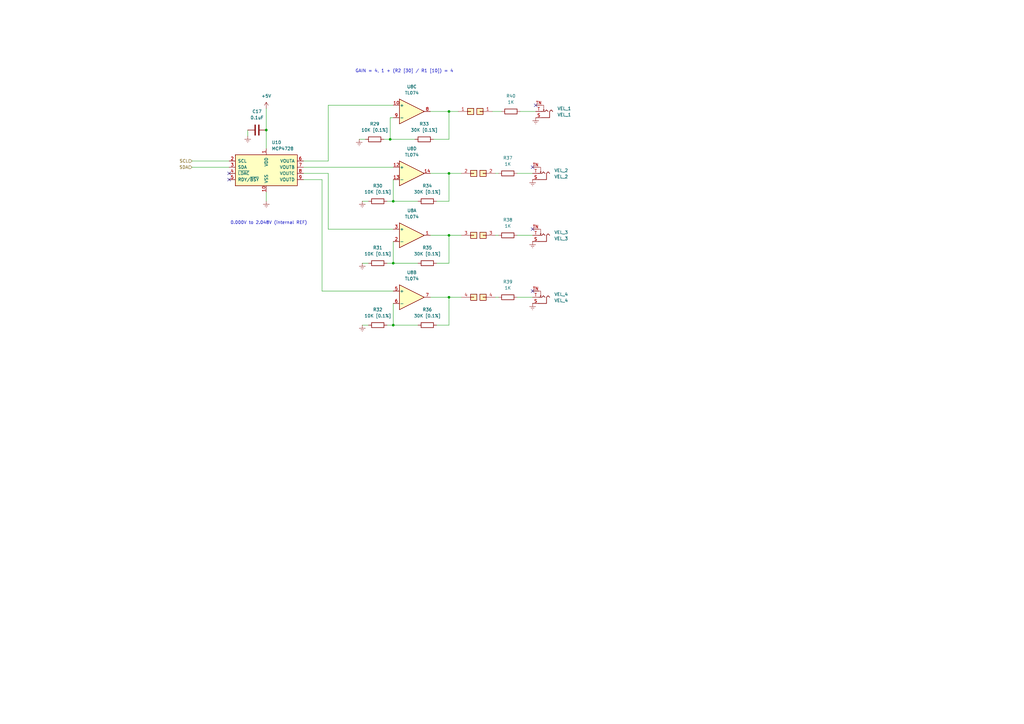
<source format=kicad_sch>
(kicad_sch (version 20231120) (generator "eeschema") (generator_version "8.0")
  (paper "A3")
  (title_block (title "midas_velocity") (date "2024-10-20") (rev "1") (company "Lentronics"))
  (lib_symbols
    (symbol "Amplifier_Operational:TL074" (pin_names (offset 0.127))
      (property "Reference" "U" (at 0 5.08 0))
      (property "Value" "TL074" (at 0 -5.08 0))
      (symbol "TL074_1_1"
        (polyline (pts (xy -5.08 5.08) (xy 5.08 0) (xy -5.08 -5.08) (xy -5.08 5.08)) (stroke (width 0.254)) (fill (type background)))
        (pin output line (at 7.62 0 180) (length 2.54) (name "~") (number "1"))
        (pin input line (at -7.62 -2.54 0) (length 2.54) (name "-") (number "2"))
        (pin input line (at -7.62 2.54 0) (length 2.54) (name "+") (number "3"))
      )
      (symbol "TL074_2_1"
        (polyline (pts (xy -5.08 5.08) (xy 5.08 0) (xy -5.08 -5.08) (xy -5.08 5.08)) (stroke (width 0.254)) (fill (type background)))
        (pin input line (at -7.62 2.54 0) (length 2.54) (name "+") (number "5"))
        (pin input line (at -7.62 -2.54 0) (length 2.54) (name "-") (number "6"))
        (pin output line (at 7.62 0 180) (length 2.54) (name "~") (number "7"))
      )
      (symbol "TL074_3_1"
        (polyline (pts (xy -5.08 5.08) (xy 5.08 0) (xy -5.08 -5.08) (xy -5.08 5.08)) (stroke (width 0.254)) (fill (type background)))
        (pin input line (at -7.62 2.54 0) (length 2.54) (name "+") (number "10"))
        (pin output line (at 7.62 0 180) (length 2.54) (name "~") (number "8"))
        (pin input line (at -7.62 -2.54 0) (length 2.54) (name "-") (number "9"))
      )
      (symbol "TL074_4_1"
        (polyline (pts (xy -5.08 5.08) (xy 5.08 0) (xy -5.08 -5.08) (xy -5.08 5.08)) (stroke (width 0.254)) (fill (type background)))
        (pin input line (at -7.62 2.54 0) (length 2.54) (name "+") (number "12"))
        (pin input line (at -7.62 -2.54 0) (length 2.54) (name "-") (number "13"))
        (pin output line (at 7.62 0 180) (length 2.54) (name "~") (number "14"))
      )
      (symbol "TL074_5_1"
        (pin power_in line (at -2.54 -7.62 90) (length 3.81) (name "V-") (number "11"))
        (pin power_in line (at -2.54 7.62 270) (length 3.81) (name "V+") (number "4"))
      )
    )
    (symbol "Analog_DAC:MCP4728" (pin_names (offset 1.016))
      (property "Reference" "U" (at -12.7 6.35 0))
      (property "Value" "MCP4728" (at 12.7 6.35 0))
      (symbol "MCP4728_0_1"
        (rectangle (start -12.7 5.08) (end 12.7 -7.62) (stroke (width 0.254)) (fill (type background)))
      )
      (symbol "MCP4728_1_1"
        (pin power_in line (at 0 7.62 270) (length 2.54) (name "VDD") (number "1"))
        (pin power_in line (at 0 -10.16 90) (length 2.54) (name "VSS") (number "10"))
        (pin input line (at -15.24 2.54 0) (length 2.54) (name "SCL") (number "2"))
        (pin bidirectional line (at -15.24 0 0) (length 2.54) (name "SDA") (number "3"))
        (pin input line (at -15.24 -2.54 0) (length 2.54) (name "~{LDAC}") (number "4"))
        (pin output line (at -15.24 -5.08 0) (length 2.54) (name "RDY/~{BSY}") (number "5"))
        (pin output line (at 15.24 2.54 180) (length 2.54) (name "VOUTA") (number "6"))
        (pin output line (at 15.24 0 180) (length 2.54) (name "VOUTB") (number "7"))
        (pin output line (at 15.24 -2.54 180) (length 2.54) (name "VOUTC") (number "8"))
        (pin output line (at 15.24 -5.08 180) (length 2.54) (name "VOUTD") (number "9"))
      )
    )
    (symbol "Device:C" (pin_numbers hide) (pin_names (offset 0.254))
      (property "Reference" "C" (at 0.635 2.54 0))
      (property "Value" "C" (at 0.635 -2.54 0))
      (symbol "C_0_1"
        (polyline (pts (xy -2.032 -0.762) (xy 2.032 -0.762)) (stroke (width 0.508)))
        (polyline (pts (xy -2.032 0.762) (xy 2.032 0.762)) (stroke (width 0.508)))
      )
      (symbol "C_1_1"
        (pin passive line (at 0 3.81 270) (length 2.794) (name "~") (number "1"))
        (pin passive line (at 0 -3.81 90) (length 2.794) (name "~") (number "2"))
      )
    )
    (symbol "Device:R" (pin_numbers hide) (pin_names (offset 0))
      (property "Reference" "R" (at 2.032 0 90))
      (property "Value" "R" (at 0 0 90))
      (symbol "R_0_1"
        (rectangle (start -1.016 -2.54) (end 1.016 2.54) (stroke (width 0.254)))
      )
      (symbol "R_1_1"
        (pin passive line (at 0 3.81 270) (length 1.27) (name "~") (number "1"))
        (pin passive line (at 0 -3.81 90) (length 1.27) (name "~") (number "2"))
      )
    )
    (symbol "power:+5V" (power) (pin_numbers hide) (pin_names (offset 0) hide)
      (property "Value" "+5V" (at 0 3.556 0))
      (symbol "+5V_0_1"
        (polyline (pts (xy -0.762 1.27) (xy 0 2.54)))
        (polyline (pts (xy 0 0) (xy 0 2.54)))
        (polyline (pts (xy 0 2.54) (xy 0.762 1.27)))
      )
      (symbol "+5V_1_1"
        (pin power_in line (at 0 0 90) (length 0) (name "~") (number "1"))
      )
    )
    (symbol "power:GNDREF" (power) (pin_numbers hide) (pin_names (offset 0) hide)
      (property "Value" "GNDREF" (at 0 -3.81 0))
      (symbol "GNDREF_0_1"
        (polyline (pts (xy -0.635 -1.905) (xy 0.635 -1.905)))
        (polyline (pts (xy -0.127 -2.54) (xy 0.127 -2.54)))
        (polyline (pts (xy 0 -1.27) (xy 0 0)))
        (polyline (pts (xy 1.27 -1.27) (xy -1.27 -1.27)))
      )
      (symbol "GNDREF_1_1"
        (pin power_in line (at 0 0 270) (length 0) (name "~") (number "1"))
      )
    )
    (symbol "synth:AudioJack_Mono_3.5mm"
      (property "Reference" "J" (at 0 8.89 0))
      (property "Value" "AudioJack_Mono_3.5mm" (at 0 6.35 0))
      (symbol "AudioJack_Mono_3.5mm_0_1"
        (polyline (pts (xy 1.778 -0.254) (xy 2.032 -0.762)))
        (polyline (pts (xy 0 0) (xy 0.635 -0.635) (xy 1.27 0) (xy 2.54 0)) (stroke (width 0.254)))
        (polyline (pts (xy 2.54 -2.54) (xy 1.778 -2.54) (xy 1.778 -0.254) (xy 1.524 -0.762)))
        (polyline (pts (xy 2.54 2.54) (xy -0.635 2.54) (xy -0.635 0) (xy -1.27 -0.635) (xy -1.905 0)) (stroke (width 0.254)))
      )
      (symbol "AudioJack_Mono_3.5mm_1_1"
        (pin passive line (at 5.08 2.54 180) (length 2.54) (name "~") (number "S"))
        (pin passive line (at 5.08 0 180) (length 2.54) (name "~") (number "T"))
        (pin passive line (at 5.08 -2.54 180) (length 2.54) (name "~") (number "TN"))
      )
    )
    (symbol "synth:PinHeader_01x04" (pin_names (offset 1.016) hide)
      (property "Reference" "H" (at 0 2.54 0))
      (property "Value" "PinHeader_01x04" (at 0 -2.54 0))
      (symbol "PinHeader_01x04_1_1"
        (rectangle (start -1.27 0.127) (end 0 -0.127) (stroke (width 0.1524)))
        (rectangle (start -1.27 1.27) (end 1.27 -1.27) (stroke (width 0.254)) (fill (type background)))
        (pin passive line (at -5.08 0 0) (length 3.81) (name "Pin_1") (number "1"))
      )
      (symbol "PinHeader_01x04_2_1"
        (rectangle (start -1.27 0.127) (end 0 -0.127) (stroke (width 0.1524)))
        (rectangle (start -1.27 1.27) (end 1.27 -1.27) (stroke (width 0.254)) (fill (type background)))
        (pin passive line (at -5.08 0 0) (length 3.81) (name "Pin_2") (number "2"))
      )
      (symbol "PinHeader_01x04_3_1"
        (rectangle (start -1.27 0.127) (end 0 -0.127) (stroke (width 0.1524)))
        (rectangle (start -1.27 1.27) (end 1.27 -1.27) (stroke (width 0.254)) (fill (type background)))
        (pin passive line (at -5.08 0 0) (length 3.81) (name "Pin_3") (number "3"))
      )
      (symbol "PinHeader_01x04_4_1"
        (rectangle (start -1.27 0.127) (end 0 -0.127) (stroke (width 0.1524)))
        (rectangle (start -1.27 1.27) (end 1.27 -1.27) (stroke (width 0.254)) (fill (type background)))
        (pin passive line (at -5.08 0 0) (length 3.81) (name "Pin_4") (number "4"))
      )
    )
    (symbol "synth:PinSocket_01x04" (pin_names (offset 1.016) hide)
      (property "Reference" "H" (at 0 2.54 0))
      (property "Value" "PinSocket_01x04" (at 0 -2.54 0))
      (symbol "PinSocket_01x04_1_1"
        (rectangle (start -1.27 0.127) (end 0 -0.127) (stroke (width 0.1524)))
        (rectangle (start -1.27 1.27) (end 1.27 -1.27) (stroke (width 0.254)) (fill (type background)))
        (pin passive line (at -5.08 0 0) (length 3.81) (name "Pin_1") (number "1"))
      )
      (symbol "PinSocket_01x04_2_1"
        (rectangle (start -1.27 0.127) (end 0 -0.127) (stroke (width 0.1524)))
        (rectangle (start -1.27 1.27) (end 1.27 -1.27) (stroke (width 0.254)) (fill (type background)))
        (pin passive line (at -5.08 0 0) (length 3.81) (name "Pin_2") (number "2"))
      )
      (symbol "PinSocket_01x04_3_1"
        (rectangle (start -1.27 0.127) (end 0 -0.127) (stroke (width 0.1524)))
        (rectangle (start -1.27 1.27) (end 1.27 -1.27) (stroke (width 0.254)) (fill (type background)))
        (pin passive line (at -5.08 0 0) (length 3.81) (name "Pin_3") (number "3"))
      )
      (symbol "PinSocket_01x04_4_1"
        (rectangle (start -1.27 0.127) (end 0 -0.127) (stroke (width 0.1524)))
        (rectangle (start -1.27 1.27) (end 1.27 -1.27) (stroke (width 0.254)) (fill (type background)))
        (pin passive line (at -5.08 0 0) (length 3.81) (name "Pin_4") (number "4"))
      )
    )
  )
  (junction (at 184.15 121.92))
  (junction (at 161.29 82.55))
  (junction (at 184.15 96.52))
  (junction (at 184.15 45.72))
  (junction (at 109.22 53.34))
  (junction (at 161.29 107.95))
  (junction (at 184.15 71.12))
  (junction (at 160.02 57.15))
  (junction (at 161.29 133.35))
  (no_connect (at 218.44 119.38))
  (no_connect (at 218.44 93.98))
  (no_connect (at 218.44 68.58))
  (no_connect (at 93.98 73.66))
  (no_connect (at 219.71 43.18))
  (no_connect (at 93.98 71.12))
  (wire (pts (xy 134.62 66.04) (xy 134.62 43.18)))
  (wire (pts (xy 124.46 73.66) (xy 132.08 73.66)))
  (wire (pts (xy 160.02 57.15) (xy 170.18 57.15)))
  (wire (pts (xy 184.15 133.35) (xy 179.07 133.35)))
  (wire (pts (xy 161.29 133.35) (xy 161.29 124.46)))
  (wire (pts (xy 203.2 71.12) (xy 204.47 71.12)))
  (wire (pts (xy 161.29 82.55) (xy 161.29 73.66)))
  (wire (pts (xy 134.62 43.18) (xy 161.29 43.18)))
  (wire (pts (xy 184.15 96.52) (xy 189.23 96.52)))
  (wire (pts (xy 109.22 82.55) (xy 109.22 78.74)))
  (wire (pts (xy 184.15 107.95) (xy 179.07 107.95)))
  (wire (pts (xy 160.02 57.15) (xy 160.02 48.26)))
  (wire (pts (xy 201.93 45.72) (xy 205.74 45.72)))
  (wire (pts (xy 184.15 45.72) (xy 184.15 57.15)))
  (wire (pts (xy 184.15 82.55) (xy 179.07 82.55)))
  (wire (pts (xy 176.53 71.12) (xy 184.15 71.12)))
  (wire (pts (xy 184.15 121.92) (xy 189.23 121.92)))
  (wire (pts (xy 203.2 121.92) (xy 204.47 121.92)))
  (wire (pts (xy 132.08 73.66) (xy 132.08 119.38)))
  (wire (pts (xy 158.75 133.35) (xy 161.29 133.35)))
  (wire (pts (xy 212.09 96.52) (xy 218.44 96.52)))
  (wire (pts (xy 161.29 82.55) (xy 171.45 82.55)))
  (wire (pts (xy 176.53 96.52) (xy 184.15 96.52)))
  (wire (pts (xy 184.15 96.52) (xy 184.15 107.95)))
  (wire (pts (xy 161.29 133.35) (xy 171.45 133.35)))
  (wire (pts (xy 134.62 93.98) (xy 161.29 93.98)))
  (wire (pts (xy 184.15 71.12) (xy 189.23 71.12)))
  (wire (pts (xy 134.62 71.12) (xy 134.62 93.98)))
  (wire (pts (xy 148.59 82.55) (xy 151.13 82.55)))
  (wire (pts (xy 213.36 45.72) (xy 219.71 45.72)))
  (wire (pts (xy 124.46 68.58) (xy 161.29 68.58)))
  (wire (pts (xy 212.09 71.12) (xy 218.44 71.12)))
  (wire (pts (xy 124.46 66.04) (xy 134.62 66.04)))
  (wire (pts (xy 184.15 45.72) (xy 187.96 45.72)))
  (wire (pts (xy 212.09 121.92) (xy 218.44 121.92)))
  (wire (pts (xy 176.53 45.72) (xy 184.15 45.72)))
  (wire (pts (xy 78.74 66.04) (xy 93.98 66.04)))
  (wire (pts (xy 160.02 48.26) (xy 161.29 48.26)))
  (wire (pts (xy 158.75 107.95) (xy 161.29 107.95)))
  (wire (pts (xy 203.2 96.52) (xy 204.47 96.52)))
  (wire (pts (xy 109.22 53.34) (xy 109.22 60.96)))
  (wire (pts (xy 158.75 82.55) (xy 161.29 82.55)))
  (wire (pts (xy 176.53 121.92) (xy 184.15 121.92)))
  (wire (pts (xy 132.08 119.38) (xy 161.29 119.38)))
  (wire (pts (xy 109.22 44.45) (xy 109.22 53.34)))
  (wire (pts (xy 148.59 133.35) (xy 151.13 133.35)))
  (wire (pts (xy 184.15 57.15) (xy 177.8 57.15)))
  (wire (pts (xy 157.48 57.15) (xy 160.02 57.15)))
  (wire (pts (xy 147.32 57.15) (xy 149.86 57.15)))
  (wire (pts (xy 161.29 107.95) (xy 161.29 99.06)))
  (wire (pts (xy 184.15 121.92) (xy 184.15 133.35)))
  (wire (pts (xy 101.6 53.34) (xy 101.6 55.88)))
  (wire (pts (xy 184.15 71.12) (xy 184.15 82.55)))
  (wire (pts (xy 148.59 107.95) (xy 151.13 107.95)))
  (wire (pts (xy 161.29 107.95) (xy 171.45 107.95)))
  (wire (pts (xy 124.46 71.12) (xy 134.62 71.12)))
  (wire (pts (xy 78.74 68.58) (xy 93.98 68.58)))
  (text "0.000V to 2.048V (internal REF)" (at 110.236 91.44 0) (effects (font (size 1.27 1.27))))
  (text "GAIN = 4, 1 + (R2 [30] / R1 [10]) = 4" (at 165.862 29.21 0) (effects (font (size 1.27 1.27))))
  (hierarchical_label "SDA" (shape input) (at 78.74 68.58 180))
  (hierarchical_label "SCL" (shape input) (at 78.74 66.04 180))
  (symbol (lib_id "Amplifier_Operational:TL074") (at 168.91 45.72 0) (unit 3)
    (property "Reference" "U8" (at 168.91 35.56 0))
    (property "Value" "TL074" (at 168.91 38.1 0))
    (property "Footprint" "Synth:SOIC-14" (effects (hide yes)))
    (property "Datasheet" "http://www.ti.com/lit/ds/symlink/tl071.pdf" (effects (hide yes)))
    (property "Description" "Quad Low-Noise JFET-Input Operational Amplifiers, DIP-14/SOIC-14" (effects (hide yes)))
  )
  (symbol (lib_id "power:GNDREF") (at 148.59 107.95 0) (unit 1)
    (property "Reference" "#PWR065" (effects (hide yes)))
    (property "Value" "GNDREF" (effects (hide yes)))
    (property "Description" "Power symbol creates a global label with name \"GNDREF\" , reference supply ground" (effects (hide yes)))
  )
  (symbol (lib_id "Amplifier_Operational:TL074") (at 168.91 121.92 0) (unit 2)
    (property "Reference" "U8" (at 168.91 111.76 0))
    (property "Value" "TL074" (at 168.91 114.3 0))
    (property "Footprint" "Synth:SOIC-14" (effects (hide yes)))
    (property "Datasheet" "http://www.ti.com/lit/ds/symlink/tl071.pdf" (effects (hide yes)))
    (property "Description" "Quad Low-Noise JFET-Input Operational Amplifiers, DIP-14/SOIC-14" (effects (hide yes)))
  )
  (symbol (lib_id "power:GNDREF") (at 219.71 48.26 0) (unit 1)
    (property "Reference" "#PWR070" (effects (hide yes)))
    (property "Value" "GNDREF" (effects (hide yes)))
    (property "Description" "Power symbol creates a global label with name \"GNDREF\" , reference supply ground" (effects (hide yes)))
  )
  (symbol (lib_id "power:GNDREF") (at 218.44 73.66 0) (unit 1)
    (property "Reference" "#PWR067" (effects (hide yes)))
    (property "Value" "GNDREF" (effects (hide yes)))
    (property "Description" "Power symbol creates a global label with name \"GNDREF\" , reference supply ground" (effects (hide yes)))
  )
  (symbol (lib_id "synth:PinSocket_01x04") (at 194.31 71.12 0) (unit 2)
    (property "Reference" "H10" (effects (hide yes)))
    (property "Value" "PinSocket_01x04" (effects (hide yes)))
    (property "Footprint" "Synth:PinSocket_1x04_P2.54mm_Vertical" (effects (hide yes)))
    (property "Description" "Generic connector, single row, 01x01, script generated (kicad-library-utils/schlib/autogen/connector/)" (effects (hide yes)))
  )
  (symbol (lib_id "power:GNDREF") (at 109.22 82.55 0) (unit 1)
    (property "Reference" "#PWR062" (effects (hide yes)))
    (property "Value" "GNDREF" (effects (hide yes)))
    (property "Description" "Power symbol creates a global label with name \"GNDREF\" , reference supply ground" (effects (hide yes)))
  )
  (symbol (lib_id "Device:R") (at 154.94 133.35 90) (unit 1)
    (property "Reference" "R32" (at 154.94 127 90))
    (property "Value" "10K [0.1%]" (at 154.94 129.54 90))
    (property "Footprint" "Resistor_SMD:R_0805_2012Metric_Pad1.20x1.40mm_HandSolder" (effects (hide yes)))
    (property "Description" "Resistor" (effects (hide yes)))
  )
  (symbol (lib_id "synth:PinHeader_01x04") (at 198.12 96.52 180) (unit 3)
    (property "Reference" "H11" (effects (hide yes)))
    (property "Value" "PinHeader_01x04" (effects (hide yes)))
    (property "Footprint" "Synth:PinHeader_1x04_P2.54mm_Vertical" (effects (hide yes)))
    (property "Description" "Generic connector, single row, 01x01, script generated (kicad-library-utils/schlib/autogen/connector/)" (effects (hide yes)))
  )
  (symbol (lib_id "power:GNDREF") (at 218.44 99.06 0) (unit 1)
    (property "Reference" "#PWR068" (effects (hide yes)))
    (property "Value" "GNDREF" (effects (hide yes)))
    (property "Description" "Power symbol creates a global label with name \"GNDREF\" , reference supply ground" (effects (hide yes)))
  )
  (symbol (lib_id "synth:PinHeader_01x04") (at 198.12 71.12 180) (unit 2)
    (property "Reference" "H11" (effects (hide yes)))
    (property "Value" "PinHeader_01x04" (effects (hide yes)))
    (property "Footprint" "Synth:PinHeader_1x04_P2.54mm_Vertical" (effects (hide yes)))
    (property "Description" "Generic connector, single row, 01x01, script generated (kicad-library-utils/schlib/autogen/connector/)" (effects (hide yes)))
  )
  (symbol (lib_id "synth:PinSocket_01x04") (at 194.31 96.52 0) (unit 3)
    (property "Reference" "H10" (effects (hide yes)))
    (property "Value" "PinSocket_01x04" (effects (hide yes)))
    (property "Footprint" "Synth:PinSocket_1x04_P2.54mm_Vertical" (effects (hide yes)))
    (property "Description" "Generic connector, single row, 01x01, script generated (kicad-library-utils/schlib/autogen/connector/)" (effects (hide yes)))
  )
  (symbol (lib_id "synth:PinSocket_01x04") (at 193.04 45.72 0) (unit 1)
    (property "Reference" "H10" (effects (hide yes)))
    (property "Value" "PinSocket_01x04" (effects (hide yes)))
    (property "Footprint" "Synth:PinSocket_1x04_P2.54mm_Vertical" (effects (hide yes)))
    (property "Description" "Generic connector, single row, 01x01, script generated (kicad-library-utils/schlib/autogen/connector/)" (effects (hide yes)))
  )
  (symbol (lib_id "Device:R") (at 175.26 82.55 90) (unit 1)
    (property "Reference" "R34" (at 175.26 76.2 90))
    (property "Value" "30K [0.1%]" (at 175.26 78.74 90))
    (property "Footprint" "Resistor_SMD:R_0805_2012Metric_Pad1.20x1.40mm_HandSolder" (effects (hide yes)))
    (property "Description" "Resistor" (effects (hide yes)))
  )
  (symbol (lib_id "power:GNDREF") (at 218.44 124.46 0) (unit 1)
    (property "Reference" "#PWR069" (effects (hide yes)))
    (property "Value" "GNDREF" (effects (hide yes)))
    (property "Description" "Power symbol creates a global label with name \"GNDREF\" , reference supply ground" (effects (hide yes)))
  )
  (symbol (lib_id "synth:AudioJack_Mono_3.5mm") (at 224.79 45.72 180) (unit 1)
    (property "Reference" "VEL_1" (at 228.6 44.5134 0) (effects (justify right)))
    (property "Value" "VEL_1" (at 228.6 47.0534 0) (effects (justify right)))
    (property "Footprint" "Synth:Jack_3.5mm_QingPu_WQP-PJ398SM_Vertical_CircularHoles" (effects (hide yes)))
    (property "Description" "Audio Jack, 2 Poles (Mono / TS), Switched T Pole (Normalling)" (effects (hide yes)))
  )
  (symbol (lib_id "synth:AudioJack_Mono_3.5mm") (at 223.52 121.92 180) (unit 1)
    (property "Reference" "VEL_4" (at 227.33 120.7134 0) (effects (justify right)))
    (property "Value" "VEL_4" (at 227.33 123.2534 0) (effects (justify right)))
    (property "Footprint" "Synth:Jack_3.5mm_QingPu_WQP-PJ398SM_Vertical_CircularHoles" (effects (hide yes)))
    (property "Description" "Audio Jack, 2 Poles (Mono / TS), Switched T Pole (Normalling)" (effects (hide yes)))
  )
  (symbol (lib_id "Device:R") (at 208.28 96.52 90) (unit 1)
    (property "Reference" "R38" (at 208.28 90.17 90))
    (property "Value" "1K" (at 208.28 92.71 90))
    (property "Footprint" "Resistor_SMD:R_0805_2012Metric_Pad1.20x1.40mm_HandSolder" (effects (hide yes)))
    (property "Description" "Resistor" (effects (hide yes)))
  )
  (symbol (lib_id "power:GNDREF") (at 148.59 133.35 0) (unit 1)
    (property "Reference" "#PWR066" (effects (hide yes)))
    (property "Value" "GNDREF" (effects (hide yes)))
    (property "Description" "Power symbol creates a global label with name \"GNDREF\" , reference supply ground" (effects (hide yes)))
  )
  (symbol (lib_id "synth:AudioJack_Mono_3.5mm") (at 223.52 71.12 180) (unit 1)
    (property "Reference" "VEL_2" (at 227.33 69.9134 0) (effects (justify right)))
    (property "Value" "VEL_2" (at 227.33 72.4534 0) (effects (justify right)))
    (property "Footprint" "Synth:Jack_3.5mm_QingPu_WQP-PJ398SM_Vertical_CircularHoles" (effects (hide yes)))
    (property "Description" "Audio Jack, 2 Poles (Mono / TS), Switched T Pole (Normalling)" (effects (hide yes)))
  )
  (symbol (lib_id "Device:R") (at 208.28 121.92 90) (unit 1)
    (property "Reference" "R39" (at 208.28 115.57 90))
    (property "Value" "1K" (at 208.28 118.11 90))
    (property "Footprint" "Resistor_SMD:R_0805_2012Metric_Pad1.20x1.40mm_HandSolder" (effects (hide yes)))
    (property "Description" "Resistor" (effects (hide yes)))
  )
  (symbol (lib_id "power:+5V") (at 109.22 44.45 0) (unit 1)
    (property "Reference" "#PWR061" (effects (hide yes)))
    (property "Value" "+5V" (at 109.22 39.37 0))
    (property "Description" "Power symbol creates a global label with name \"+5V\"" (effects (hide yes)))
  )
  (symbol (lib_id "Device:R") (at 154.94 107.95 90) (unit 1)
    (property "Reference" "R31" (at 154.94 101.6 90))
    (property "Value" "10K [0.1%]" (at 154.94 104.14 90))
    (property "Footprint" "Resistor_SMD:R_0805_2012Metric_Pad1.20x1.40mm_HandSolder" (effects (hide yes)))
    (property "Description" "Resistor" (effects (hide yes)))
  )
  (symbol (lib_id "Device:R") (at 175.26 133.35 90) (unit 1)
    (property "Reference" "R36" (at 175.26 127 90))
    (property "Value" "30K [0.1%]" (at 175.26 129.54 90))
    (property "Footprint" "Resistor_SMD:R_0805_2012Metric_Pad1.20x1.40mm_HandSolder" (effects (hide yes)))
    (property "Description" "Resistor" (effects (hide yes)))
  )
  (symbol (lib_id "Analog_DAC:MCP4728") (at 109.22 68.58 0) (unit 1)
    (property "Reference" "U10" (at 111.4141 58.42 0) (effects (justify left)))
    (property "Value" "MCP4728" (at 111.4141 60.96 0) (effects (justify left)))
    (property "Footprint" "Package_SO:MSOP-10_3x3mm_P0.5mm" (effects (hide yes)))
    (property "Datasheet" "http://ww1.microchip.com/downloads/en/DeviceDoc/22187E.pdf" (effects (hide yes)))
    (property "Description" "12-bit digital to analog converter, quad output, 2.048V internal reference, integrated EEPROM, I2C interface" (effects (hide yes)))
  )
  (symbol (lib_id "Amplifier_Operational:TL074") (at 168.91 96.52 0) (unit 1)
    (property "Reference" "U8" (at 168.91 86.36 0))
    (property "Value" "TL074" (at 168.91 88.9 0))
    (property "Footprint" "Synth:SOIC-14" (effects (hide yes)))
    (property "Datasheet" "http://www.ti.com/lit/ds/symlink/tl071.pdf" (effects (hide yes)))
    (property "Description" "Quad Low-Noise JFET-Input Operational Amplifiers, DIP-14/SOIC-14" (effects (hide yes)))
  )
  (symbol (lib_id "Device:R") (at 209.55 45.72 90) (unit 1)
    (property "Reference" "R40" (at 209.55 39.37 90))
    (property "Value" "1K" (at 209.55 41.91 90))
    (property "Footprint" "Resistor_SMD:R_0805_2012Metric_Pad1.20x1.40mm_HandSolder" (effects (hide yes)))
    (property "Description" "Resistor" (effects (hide yes)))
  )
  (symbol (lib_id "synth:AudioJack_Mono_3.5mm") (at 223.52 96.52 180) (unit 1)
    (property "Reference" "VEL_3" (at 227.33 95.3134 0) (effects (justify right)))
    (property "Value" "VEL_3" (at 227.33 97.8534 0) (effects (justify right)))
    (property "Footprint" "Synth:Jack_3.5mm_QingPu_WQP-PJ398SM_Vertical_CircularHoles" (effects (hide yes)))
    (property "Description" "Audio Jack, 2 Poles (Mono / TS), Switched T Pole (Normalling)" (effects (hide yes)))
  )
  (symbol (lib_id "Device:R") (at 173.99 57.15 90) (unit 1)
    (property "Reference" "R33" (at 173.99 50.8 90))
    (property "Value" "30K [0.1%]" (at 173.99 53.34 90))
    (property "Footprint" "Resistor_SMD:R_0805_2012Metric_Pad1.20x1.40mm_HandSolder" (effects (hide yes)))
    (property "Description" "Resistor" (effects (hide yes)))
  )
  (symbol (lib_id "power:GNDREF") (at 148.59 82.55 0) (unit 1)
    (property "Reference" "#PWR064" (effects (hide yes)))
    (property "Value" "GNDREF" (effects (hide yes)))
    (property "Description" "Power symbol creates a global label with name \"GNDREF\" , reference supply ground" (effects (hide yes)))
  )
  (symbol (lib_id "power:GNDREF") (at 101.6 55.88 0) (unit 1)
    (property "Reference" "#PWR060" (effects (hide yes)))
    (property "Value" "GNDREF" (effects (hide yes)))
    (property "Description" "Power symbol creates a global label with name \"GNDREF\" , reference supply ground" (effects (hide yes)))
  )
  (symbol (lib_id "power:GNDREF") (at 147.32 57.15 0) (unit 1)
    (property "Reference" "#PWR063" (effects (hide yes)))
    (property "Value" "GNDREF" (effects (hide yes)))
    (property "Description" "Power symbol creates a global label with name \"GNDREF\" , reference supply ground" (effects (hide yes)))
  )
  (symbol (lib_id "Device:R") (at 153.67 57.15 90) (unit 1)
    (property "Reference" "R29" (at 153.67 50.8 90))
    (property "Value" "10K [0.1%]" (at 153.67 53.34 90))
    (property "Footprint" "Resistor_SMD:R_0805_2012Metric_Pad1.20x1.40mm_HandSolder" (effects (hide yes)))
    (property "Description" "Resistor" (effects (hide yes)))
  )
  (symbol (lib_id "Device:R") (at 154.94 82.55 90) (unit 1)
    (property "Reference" "R30" (at 154.94 76.2 90))
    (property "Value" "10K [0.1%]" (at 154.94 78.74 90))
    (property "Footprint" "Resistor_SMD:R_0805_2012Metric_Pad1.20x1.40mm_HandSolder" (effects (hide yes)))
    (property "Description" "Resistor" (effects (hide yes)))
  )
  (symbol (lib_id "Device:R") (at 208.28 71.12 90) (unit 1)
    (property "Reference" "R37" (at 208.28 64.77 90))
    (property "Value" "1K" (at 208.28 67.31 90))
    (property "Footprint" "Resistor_SMD:R_0805_2012Metric_Pad1.20x1.40mm_HandSolder" (effects (hide yes)))
    (property "Description" "Resistor" (effects (hide yes)))
  )
  (symbol (lib_id "synth:PinHeader_01x04") (at 196.85 45.72 180) (unit 1)
    (property "Reference" "H11" (effects (hide yes)))
    (property "Value" "PinHeader_01x04" (effects (hide yes)))
    (property "Footprint" "Synth:PinHeader_1x04_P2.54mm_Vertical" (effects (hide yes)))
    (property "Description" "Generic connector, single row, 01x01, script generated (kicad-library-utils/schlib/autogen/connector/)" (effects (hide yes)))
  )
  (symbol (lib_id "synth:PinHeader_01x04") (at 198.12 121.92 180) (unit 4)
    (property "Reference" "H11" (effects (hide yes)))
    (property "Value" "PinHeader_01x04" (effects (hide yes)))
    (property "Footprint" "Synth:PinHeader_1x04_P2.54mm_Vertical" (effects (hide yes)))
    (property "Description" "Generic connector, single row, 01x01, script generated (kicad-library-utils/schlib/autogen/connector/)" (effects (hide yes)))
  )
  (symbol (lib_id "Amplifier_Operational:TL074") (at 168.91 71.12 0) (unit 4)
    (property "Reference" "U8" (at 168.91 60.96 0))
    (property "Value" "TL074" (at 168.91 63.5 0))
    (property "Footprint" "Synth:SOIC-14" (effects (hide yes)))
    (property "Datasheet" "http://www.ti.com/lit/ds/symlink/tl071.pdf" (effects (hide yes)))
    (property "Description" "Quad Low-Noise JFET-Input Operational Amplifiers, DIP-14/SOIC-14" (effects (hide yes)))
  )
  (symbol (lib_id "Device:R") (at 175.26 107.95 90) (unit 1)
    (property "Reference" "R35" (at 175.26 101.6 90))
    (property "Value" "30K [0.1%]" (at 175.26 104.14 90))
    (property "Footprint" "Resistor_SMD:R_0805_2012Metric_Pad1.20x1.40mm_HandSolder" (effects (hide yes)))
    (property "Description" "Resistor" (effects (hide yes)))
  )
  (symbol (lib_id "synth:PinSocket_01x04") (at 194.31 121.92 0) (unit 4)
    (property "Reference" "H10" (effects (hide yes)))
    (property "Value" "PinSocket_01x04" (effects (hide yes)))
    (property "Footprint" "Synth:PinSocket_1x04_P2.54mm_Vertical" (effects (hide yes)))
    (property "Description" "Generic connector, single row, 01x01, script generated (kicad-library-utils/schlib/autogen/connector/)" (effects (hide yes)))
  )
  (symbol (lib_id "Device:C") (at 105.41 53.34 90) (unit 1)
    (property "Reference" "C17" (at 105.41 45.72 90))
    (property "Value" "0.1uF" (at 105.41 48.26 90))
    (property "Footprint" "Capacitor_SMD:C_0805_2012Metric_Pad1.18x1.45mm_HandSolder" (effects (hide yes)))
    (property "Description" "Unpolarized capacitor" (effects (hide yes)))
  )
)
</source>
